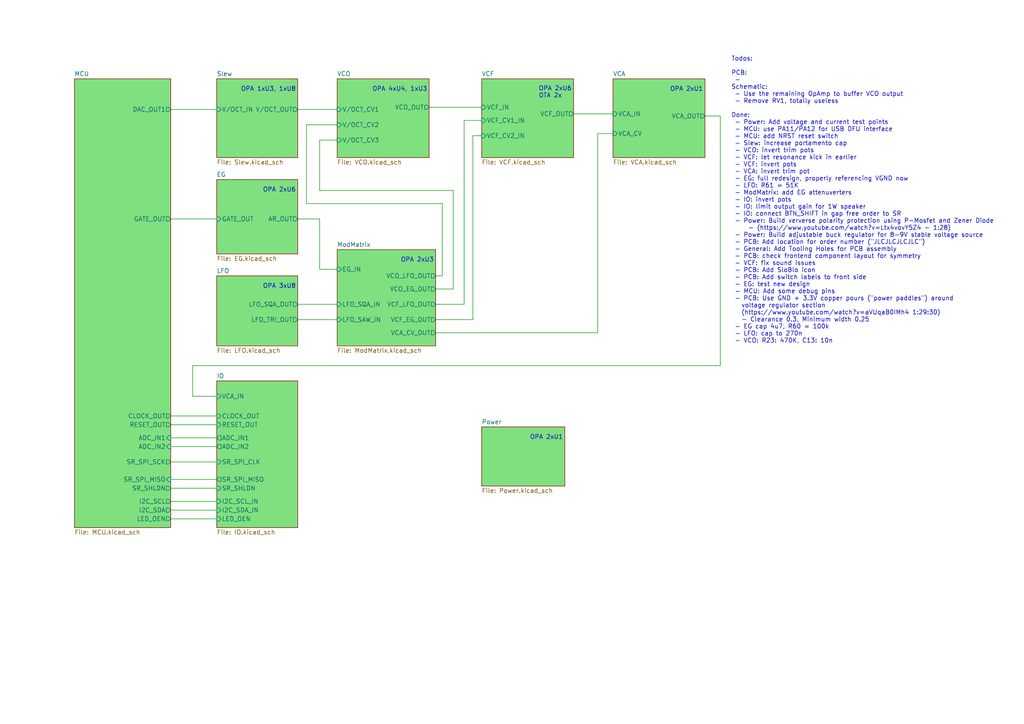
<source format=kicad_sch>
(kicad_sch (version 20230121) (generator eeschema)
  (paper "A4")
  (title_block (title "LivSynth") (date "2022-07-18") (rev "${Version}") (company "SloBlo Labs"))
  (lib_symbols)
  (wire (pts (xy 173.355 38.735) (xy 177.8 38.735)))
  (wire (pts (xy 49.53 31.75) (xy 62.865 31.75)))
  (wire (pts (xy 92.71 78.105) (xy 97.79 78.105)))
  (wire (pts (xy 126.365 80.01) (xy 128.27 80.01)))
  (wire (pts (xy 137.16 92.71) (xy 137.16 39.37)))
  (wire (pts (xy 86.36 31.75) (xy 97.79 31.75)))
  (wire (pts (xy 134.62 88.265) (xy 134.62 34.925)))
  (wire (pts (xy 131.445 55.245) (xy 92.71 55.245)))
  (wire (pts (xy 131.445 83.82) (xy 131.445 55.245)))
  (wire (pts (xy 86.36 88.265) (xy 97.79 88.265)))
  (wire (pts (xy 49.53 139.065) (xy 62.865 139.065)))
  (wire (pts (xy 126.365 92.71) (xy 137.16 92.71)))
  (wire (pts (xy 49.53 150.495) (xy 62.865 150.495)))
  (wire (pts (xy 49.53 145.415) (xy 62.865 145.415)))
  (wire (pts (xy 134.62 34.925) (xy 139.7 34.925)))
  (wire (pts (xy 173.355 38.735) (xy 173.355 96.52)))
  (wire (pts (xy 92.71 55.245) (xy 92.71 40.64)))
  (wire (pts (xy 126.365 83.82) (xy 131.445 83.82)))
  (wire (pts (xy 208.915 33.655) (xy 204.47 33.655)))
  (wire (pts (xy 49.53 123.19) (xy 62.865 123.19)))
  (wire (pts (xy 166.37 33.02) (xy 177.8 33.02)))
  (wire (pts (xy 88.9 59.055) (xy 88.9 36.195)))
  (wire (pts (xy 49.53 129.54) (xy 62.865 129.54)))
  (wire (pts (xy 62.865 114.935) (xy 55.88 114.935)))
  (wire (pts (xy 86.36 92.71) (xy 97.79 92.71)))
  (wire (pts (xy 137.16 39.37) (xy 139.7 39.37)))
  (wire (pts (xy 128.27 59.055) (xy 88.9 59.055)))
  (wire (pts (xy 86.36 63.5) (xy 92.71 63.5)))
  (wire (pts (xy 126.365 96.52) (xy 173.355 96.52)))
  (wire (pts (xy 92.71 40.64) (xy 97.79 40.64)))
  (wire (pts (xy 124.46 31.115) (xy 139.7 31.115)))
  (wire (pts (xy 49.53 141.605) (xy 62.865 141.605)))
  (wire (pts (xy 55.88 106.045) (xy 208.915 106.045)))
  (wire (pts (xy 92.71 63.5) (xy 92.71 78.105)))
  (wire (pts (xy 49.53 120.65) (xy 62.865 120.65)))
  (wire (pts (xy 49.53 133.985) (xy 62.865 133.985)))
  (wire (pts (xy 128.27 80.01) (xy 128.27 59.055)))
  (wire (pts (xy 55.88 114.935) (xy 55.88 106.045)))
  (wire (pts (xy 88.9 36.195) (xy 97.79 36.195)))
  (wire (pts (xy 49.53 63.5) (xy 62.865 63.5)))
  (wire (pts (xy 208.915 106.045) (xy 208.915 33.655)))
  (wire (pts (xy 49.53 127) (xy 62.865 127)))
  (wire (pts (xy 126.365 88.265) (xy 134.62 88.265)))
  (wire (pts (xy 49.53 147.955) (xy 62.865 147.955)))
  (text "OPA 1xU3, 1xU8" (at 69.85 26.67 0) (effects (font (size 1.27 1.27)) (justify left bottom)))
  (text "OPA 2xU6" (at 76.2 55.88 0) (effects (font (size 1.27 1.27)) (justify left bottom)))
  (text "OPA 3xU8" (at 76.2 83.82 0) (effects (font (size 1.27 1.27)) (justify left bottom)))
  (text "OPA 2xU3" (at 116.205 76.2 0) (effects (font (size 1.27 1.27)) (justify left bottom)))
  (text "Todos:\n\nPCB:\n - \nSchematic:\n - Use the remaining OpAmp to buffer VCO output\n - Remove RV1, totally useless\n\nDone:\n - Power: Add voltage and current test points\n - MCU: use PA11/PA12 for USB DFU interface\n - MCU: add NRST reset switch\n - Slew: increase portamento cap\n - VCO: invert trim pots\n - VCF: let resonance kick in earlier\n - VCF: invert pots\n - VCA: invert trim pot\n - EG: full redesign, properly referencing VGND now\n - LFO: R61 = 51K\n - ModMatrix: add EG attenuverters\n - IO: invert pots\n - IO: limit output gain for 1W speaker\n - IO: connect BTN_SHIFT in gap free order to SR\n - Power: Build ververse polarity protection using P-Mosfet and Zener Diode\n     - (https://www.youtube.com/watch?v=Ltx4vovY5Z4 - 1:28)\n - Power: Build adjustable buck regulator for 8-9V stable voltage source\n - PCB: Add location for order number (\"JLCJLCJLCJLC\")\n - General: Add Tooling Holes for PCB assembly\n - PCB: check frontend component layout for symmetry\n - VCF: fix sound issues\n - PCB: Add SloBlo icon\n - PCB: Add switch labels to front side\n - EG: test new design\n - MCU: Add some debug pins\n - PCB: Use GND + 3.3V copper pours (\"power paddles\") around\n   voltage regulator section\n   (https://www.youtube.com/watch?v=aVUqaB0IMh4 1:29:30)\n   - Clearance 0.3, Minimum width 0.25\n - EG cap 4u7, R60 = 100k\n - LFO: cap to 270n\n - VCO: R23: 470K, C13: 10n" (at 212.09 99.695 0) (effects (font (size 1.27 1.27)) (justify left bottom)))
  (text "OPA 2xU6\nOTA 2x" (at 156.21 28.575 0) (effects (font (size 1.27 1.27)) (justify left bottom)))
  (text "OPA 2xU1" (at 153.67 127.635 0) (effects (font (size 1.27 1.27)) (justify left bottom)))
  (text "OPA 4xU4, 1xU3" (at 107.95 26.67 0) (effects (font (size 1.27 1.27)) (justify left bottom)))
  (text "OPA 2xU1" (at 194.31 26.67 0) (effects (font (size 1.27 1.27)) (justify left bottom)))
  (sheet (at 139.7 22.86) (size 26.67 22.86) (stroke (width 0.1524)) (fill (color 0 194 0 0.5000))
    (property "Sheetname" "VCF" (at 139.7 22.1484 0) (effects (justify left bottom)))
    (property "Sheetfile" "VCF.kicad_sch" (at 139.7 46.3046 0) (effects (justify left top)))
    (pin "VCF_IN" input (at 139.7 31.115 180))
    (pin "VCF_OUT" output (at 166.37 33.02 0))
    (pin "VCF_CV1_IN" input (at 139.7 34.925 180))
    (pin "VCF_CV2_IN" input (at 139.7 39.37 180))
  )
  (sheet (at 139.7 123.825) (size 24.13 17.145) (stroke (width 0.1524)) (fill (color 0 194 0 0.5000))
    (property "Sheetname" "Power" (at 139.7 123.1134 0) (effects (justify left bottom)))
    (property "Sheetfile" "Power.kicad_sch" (at 139.7 141.5546 0) (effects (justify left top)))
  )
  (sheet (at 62.865 110.49) (size 23.495 42.545) (stroke (width 0.1524)) (fill (color 0 194 0 0.5000))
    (property "Sheetname" "IO" (at 62.865 109.7784 0) (effects (justify left bottom)))
    (property "Sheetfile" "IO.kicad_sch" (at 62.865 153.6196 0) (effects (justify left top)))
    (pin "VCA_IN" input (at 62.865 114.935 180))
    (pin "SR_SPI_CLK" input (at 62.865 133.985 180))
    (pin "SR_SHLDN" input (at 62.865 141.605 180))
    (pin "SR_SPI_MISO" output (at 62.865 139.065 180))
    (pin "I2C_SCL_IN" input (at 62.865 145.415 180))
    (pin "I2C_SDA_IN" input (at 62.865 147.955 180))
    (pin "LED_OEN" input (at 62.865 150.495 180))
    (pin "ADC_IN1" output (at 62.865 127 180))
    (pin "ADC_IN2" output (at 62.865 129.54 180))
    (pin "CLOCK_OUT" input (at 62.865 120.65 180))
    (pin "RESET_OUT" input (at 62.865 123.19 180))
  )
  (sheet (at 62.865 52.07) (size 23.495 21.59) (stroke (width 0.1524)) (fill (color 0 194 0 0.5000))
    (property "Sheetname" "EG" (at 62.865 51.3584 0) (effects (justify left bottom)))
    (property "Sheetfile" "EG.kicad_sch" (at 62.865 74.2446 0) (effects (justify left top)))
    (pin "GATE_OUT" input (at 62.865 63.5 180))
    (pin "AR_OUT" output (at 86.36 63.5 0))
  )
  (sheet (at 21.59 22.86) (size 27.94 130.175) (stroke (width 0.1524)) (fill (color 0 194 0 0.5000))
    (property "Sheetname" "MCU" (at 21.59 22.1484 0) (effects (justify left bottom)))
    (property "Sheetfile" "MCU.kicad_sch" (at 21.59 153.6196 0) (effects (justify left top)))
    (pin "GATE_OUT" output (at 49.53 63.5 0))
    (pin "DAC_OUT1" output (at 49.53 31.75 0))
    (pin "CLOCK_OUT" output (at 49.53 120.65 0))
    (pin "RESET_OUT" output (at 49.53 123.19 0))
    (pin "ADC_IN1" input (at 49.53 127 0))
    (pin "ADC_IN2" input (at 49.53 129.54 0))
    (pin "SR_SPI_SCK" output (at 49.53 133.985 0))
    (pin "SR_SPI_MISO" input (at 49.53 139.065 0))
    (pin "I2C_SDA" output (at 49.53 147.955 0))
    (pin "I2C_SCL" output (at 49.53 145.415 0))
    (pin "LED_OEN" output (at 49.53 150.495 0))
    (pin "SR_SHLDN" output (at 49.53 141.605 0))
  )
  (sheet (at 62.865 22.86) (size 23.495 22.86) (stroke (width 0.1524)) (fill (color 0 194 0 0.5000))
    (property "Sheetname" "Slew" (at 62.865 22.1484 0) (effects (justify left bottom)))
    (property "Sheetfile" "Slew.kicad_sch" (at 62.865 46.3046 0) (effects (justify left top)))
    (pin "V{slash}OCT_IN" input (at 62.865 31.75 180))
    (pin "V{slash}OCT_OUT" output (at 86.36 31.75 0))
  )
  (sheet (at 177.8 22.86) (size 26.67 22.86) (stroke (width 0.1524)) (fill (color 0 194 0 0.5000))
    (property "Sheetname" "VCA" (at 177.8 22.1484 0) (effects (justify left bottom)))
    (property "Sheetfile" "VCA.kicad_sch" (at 177.8 46.3046 0) (effects (justify left top)))
    (pin "VCA_IN" input (at 177.8 33.02 180))
    (pin "VCA_CV" input (at 177.8 38.735 180))
    (pin "VCA_OUT" output (at 204.47 33.655 0))
  )
  (sheet (at 62.865 80.01) (size 23.495 20.32) (stroke (width 0.1524)) (fill (color 0 194 0 0.5000))
    (property "Sheetname" "LFO" (at 62.865 79.2984 0) (effects (justify left bottom)))
    (property "Sheetfile" "LFO.kicad_sch" (at 62.865 100.9146 0) (effects (justify left top)))
    (pin "LFO_SQA_OUT" output (at 86.36 88.265 0))
    (pin "LFO_TRI_OUT" output (at 86.36 92.71 0))
  )
  (sheet (at 97.79 22.86) (size 26.67 22.86) (stroke (width 0.1524)) (fill (color 0 194 0 0.5000))
    (property "Sheetname" "VCO" (at 97.79 22.1484 0) (effects (justify left bottom)))
    (property "Sheetfile" "VCO.kicad_sch" (at 97.79 46.3046 0) (effects (justify left top)))
    (pin "VCO_OUT" output (at 124.46 31.115 0))
    (pin "V{slash}OCT_CV1" input (at 97.79 31.75 180))
    (pin "V{slash}OCT_CV2" input (at 97.79 36.195 180))
    (pin "V{slash}OCT_CV3" input (at 97.79 40.64 180))
  )
  (sheet (at 97.79 72.39) (size 28.575 27.94) (stroke (width 0.1524)) (fill (color 0 194 0 0.5000))
    (property "Sheetname" "ModMatrix" (at 97.79 71.6784 0) (effects (justify left bottom)))
    (property "Sheetfile" "ModMatrix.kicad_sch" (at 97.79 100.9146 0) (effects (justify left top)))
    (pin "VCA_CV_OUT" output (at 126.365 96.52 0))
    (pin "VCF_EG_OUT" output (at 126.365 92.71 0))
    (pin "LFO_SQA_IN" input (at 97.79 88.265 180))
    (pin "EG_IN" input (at 97.79 78.105 180))
    (pin "LFO_SAW_IN" input (at 97.79 92.71 180))
    (pin "VCO_LFO_OUT" output (at 126.365 80.01 0))
    (pin "VCO_EG_OUT" output (at 126.365 83.82 0))
    (pin "VCF_LFO_OUT" output (at 126.365 88.265 0))
  )
)
</source>
